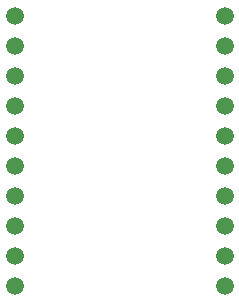
<source format=gbr>
%TF.GenerationSoftware,KiCad,Pcbnew,(5.1.10)-1*%
%TF.CreationDate,2022-01-04T20:30:04-05:00*%
%TF.ProjectId,LatchTest,4c617463-6854-4657-9374-2e6b69636164,rev?*%
%TF.SameCoordinates,Original*%
%TF.FileFunction,Soldermask,Bot*%
%TF.FilePolarity,Negative*%
%FSLAX46Y46*%
G04 Gerber Fmt 4.6, Leading zero omitted, Abs format (unit mm)*
G04 Created by KiCad (PCBNEW (5.1.10)-1) date 2022-01-04 20:30:04*
%MOMM*%
%LPD*%
G01*
G04 APERTURE LIST*
%ADD10C,1.500000*%
G04 APERTURE END LIST*
D10*
%TO.C,D1*%
X87630000Y-68580000D03*
%TD*%
%TO.C,LE*%
X105410000Y-63500000D03*
%TD*%
%TO.C,GND*%
X87630000Y-86360000D03*
%TD*%
%TO.C,OE*%
X87630000Y-63500000D03*
%TD*%
%TO.C,VCC*%
X105410000Y-86360000D03*
%TD*%
%TO.C,Q7*%
X105410000Y-83820000D03*
%TD*%
%TO.C,Q6*%
X105410000Y-81280000D03*
%TD*%
%TO.C,Q5*%
X105410000Y-78740000D03*
%TD*%
%TO.C,Q4*%
X105410000Y-76200000D03*
%TD*%
%TO.C,Q3*%
X105410000Y-73660000D03*
%TD*%
%TO.C,Q2*%
X105410000Y-71120000D03*
%TD*%
%TO.C,Q1*%
X105410000Y-68580000D03*
%TD*%
%TO.C,Q0*%
X105410000Y-66040000D03*
%TD*%
%TO.C,D7*%
X87630000Y-83820000D03*
%TD*%
%TO.C,D6*%
X87630000Y-81280000D03*
%TD*%
%TO.C,D5*%
X87630000Y-78740000D03*
%TD*%
%TO.C,D4*%
X87630000Y-76200000D03*
%TD*%
%TO.C,D3*%
X87630000Y-73660000D03*
%TD*%
%TO.C,D2*%
X87630000Y-71120000D03*
%TD*%
%TO.C,D0*%
X87630000Y-66040000D03*
%TD*%
M02*

</source>
